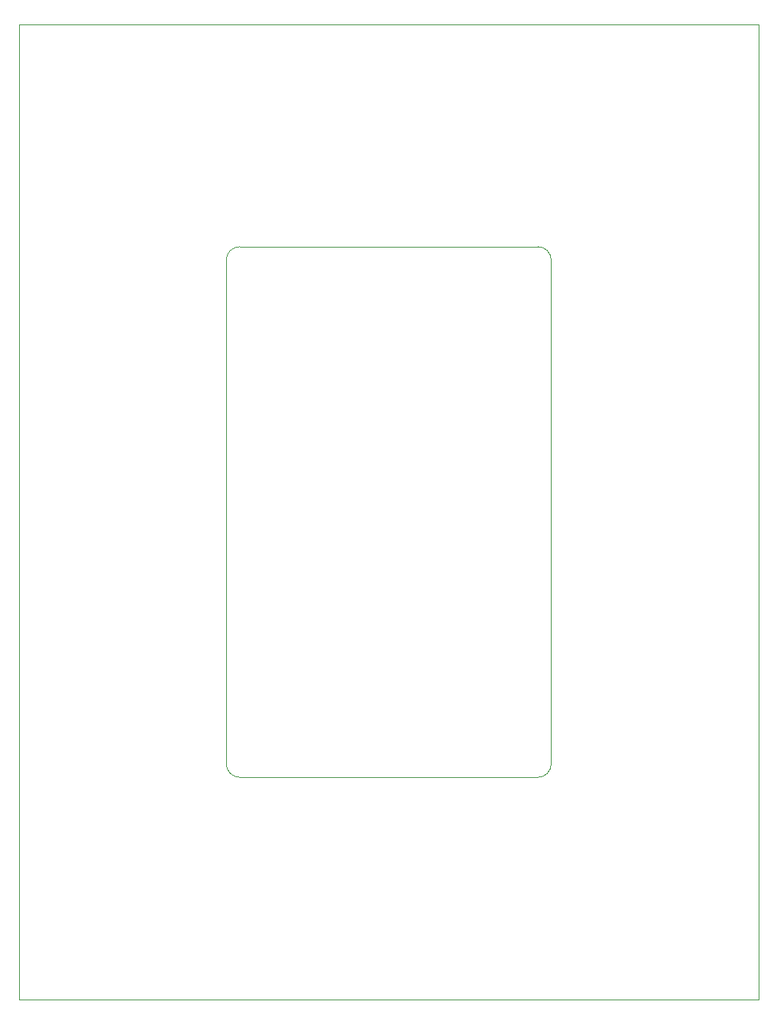
<source format=gm1>
G04 #@! TF.GenerationSoftware,KiCad,Pcbnew,(6.0.5)*
G04 #@! TF.CreationDate,2023-05-08T02:16:42-07:00*
G04 #@! TF.ProjectId,Coil_Panels_XY,436f696c-5f50-4616-9e65-6c735f58592e,rev?*
G04 #@! TF.SameCoordinates,Original*
G04 #@! TF.FileFunction,Profile,NP*
%FSLAX46Y46*%
G04 Gerber Fmt 4.6, Leading zero omitted, Abs format (unit mm)*
G04 Created by KiCad (PCBNEW (6.0.5)) date 2023-05-08 02:16:42*
%MOMM*%
%LPD*%
G01*
G04 APERTURE LIST*
G04 #@! TA.AperFunction,Profile*
%ADD10C,0.100000*%
G04 #@! TD*
G04 #@! TA.AperFunction,Profile*
%ADD11C,0.050000*%
G04 #@! TD*
G04 APERTURE END LIST*
D10*
X170054000Y-121900000D02*
G75*
G03*
X171554000Y-120400000I0J1500000D01*
G01*
X171553133Y-64597667D02*
G75*
G03*
X170053171Y-63097667I-1499933J67D01*
G01*
D11*
X112546000Y-146497997D02*
X194546000Y-146497997D01*
X194546000Y-38497997D02*
X112546000Y-38497997D01*
D10*
X135539660Y-110900660D02*
X135543170Y-74097667D01*
X171554001Y-110900000D02*
X171554000Y-120400000D01*
X170053171Y-63097667D02*
X137038830Y-63098327D01*
X137038830Y-63098330D02*
G75*
G03*
X135538830Y-64598327I-30J-1499970D01*
G01*
X171553171Y-64597667D02*
X171553170Y-74097667D01*
X135543170Y-74097667D02*
X135538830Y-64598327D01*
X135544000Y-120400000D02*
G75*
G03*
X137044000Y-121900000I1500000J0D01*
G01*
D11*
X112546000Y-146497997D02*
X112546000Y-38497997D01*
D10*
X171553170Y-74097667D02*
X171554001Y-110900000D01*
X135544000Y-120400000D02*
X135539660Y-110900660D01*
D11*
X194546000Y-146497997D02*
X194546000Y-38497997D01*
D10*
X137044000Y-121900000D02*
X170054000Y-121900000D01*
M02*

</source>
